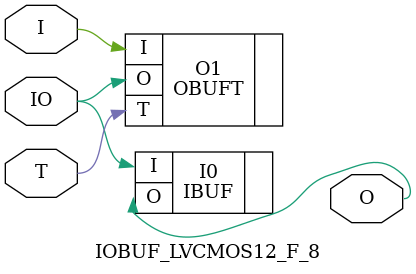
<source format=v>


`timescale  1 ps / 1 ps


module IOBUF_LVCMOS12_F_8 (O, IO, I, T);

    output O;

    inout  IO;

    input  I, T;

        OBUFT #(.IOSTANDARD("LVCMOS12"), .SLEW("FAST"), .DRIVE(8)) O1 (.O(IO), .I(I), .T(T)); 
	IBUF #(.IOSTANDARD("LVCMOS12"))  I0 (.O(O), .I(IO));
        

endmodule



</source>
